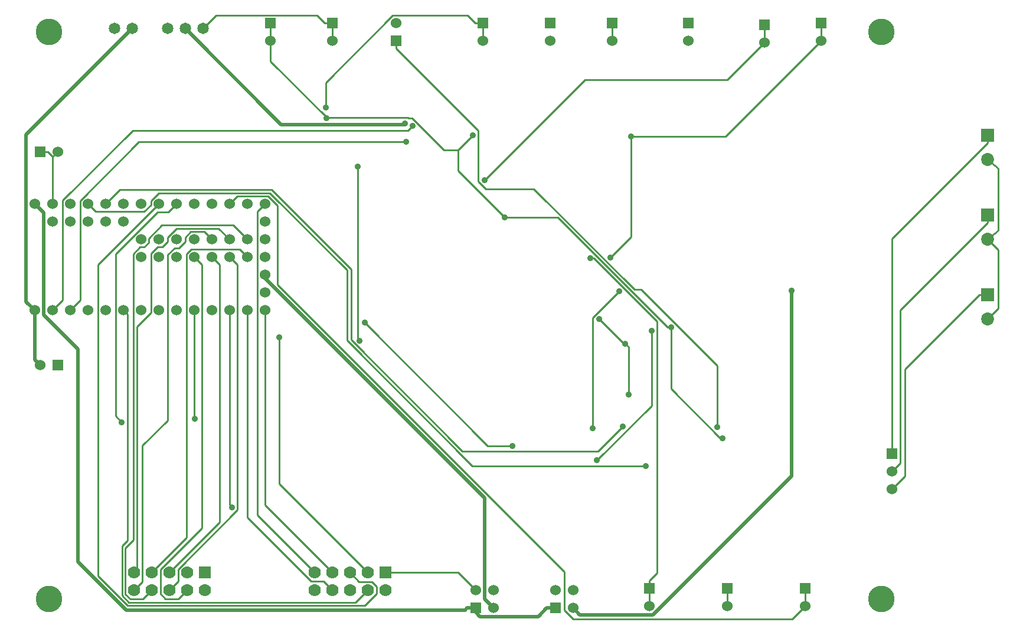
<source format=gbl>
G04 (created by PCBNEW (2013-jul-07)-stable) date Tue 18 Dec 2018 06:03:29 PM PST*
%MOIN*%
G04 Gerber Fmt 3.4, Leading zero omitted, Abs format*
%FSLAX34Y34*%
G01*
G70*
G90*
G04 APERTURE LIST*
%ADD10C,0.00590551*%
%ADD11R,0.06X0.06*%
%ADD12C,0.06*%
%ADD13R,0.07X0.07*%
%ADD14C,0.07*%
%ADD15C,0.15*%
%ADD16R,0.073X0.073*%
%ADD17C,0.073*%
%ADD18C,0.065*%
%ADD19C,0.035*%
%ADD20C,0.01*%
%ADD21C,0.02*%
G04 APERTURE END LIST*
G54D10*
G54D11*
X69100Y-45300D03*
G54D12*
X69100Y-46300D03*
X69100Y-47300D03*
G54D11*
X50100Y-54000D03*
G54D12*
X50100Y-53000D03*
X51100Y-54000D03*
X51100Y-53000D03*
G54D11*
X45600Y-54000D03*
G54D12*
X45600Y-53000D03*
X46600Y-54000D03*
X46600Y-53000D03*
G54D11*
X46000Y-21000D03*
G54D12*
X46000Y-22000D03*
G54D11*
X41100Y-22000D03*
G54D12*
X41100Y-21000D03*
G54D11*
X22000Y-40300D03*
G54D12*
X21000Y-40300D03*
G54D11*
X49800Y-21000D03*
G54D12*
X49800Y-22000D03*
G54D11*
X21000Y-28250D03*
G54D12*
X22000Y-28250D03*
G54D11*
X53300Y-21000D03*
G54D12*
X53300Y-22000D03*
G54D11*
X57600Y-21000D03*
G54D12*
X57600Y-22000D03*
G54D11*
X55400Y-52900D03*
G54D12*
X55400Y-53900D03*
G54D11*
X61900Y-21100D03*
G54D12*
X61900Y-22100D03*
G54D11*
X64200Y-52900D03*
G54D12*
X64200Y-53900D03*
G54D11*
X59800Y-52900D03*
G54D12*
X59800Y-53900D03*
G54D11*
X65100Y-21000D03*
G54D12*
X65100Y-22000D03*
G54D11*
X37500Y-21000D03*
G54D12*
X37500Y-22000D03*
G54D11*
X34000Y-21000D03*
G54D12*
X34000Y-22000D03*
G54D13*
X30300Y-52000D03*
G54D14*
X30300Y-53000D03*
X29300Y-52000D03*
X29300Y-53000D03*
X28300Y-52000D03*
X28300Y-53000D03*
X27300Y-52000D03*
X27300Y-53000D03*
X26300Y-52000D03*
X26300Y-53000D03*
G54D13*
X40500Y-52000D03*
G54D14*
X40500Y-53000D03*
X39500Y-52000D03*
X39500Y-53000D03*
X38500Y-52000D03*
X38500Y-53000D03*
X37500Y-52000D03*
X37500Y-53000D03*
X36500Y-52000D03*
X36500Y-53000D03*
G54D15*
X68500Y-53500D03*
X21500Y-53500D03*
X21500Y-21500D03*
X68500Y-21500D03*
G54D16*
X74500Y-27311D03*
G54D17*
X74500Y-28689D03*
G54D16*
X74500Y-31811D03*
G54D17*
X74500Y-33189D03*
G54D16*
X74500Y-36311D03*
G54D17*
X74500Y-37689D03*
G54D18*
X25200Y-21300D03*
X26200Y-21300D03*
X28200Y-21300D03*
X29200Y-21300D03*
X30200Y-21300D03*
G54D12*
X20700Y-37200D03*
X21700Y-37200D03*
X22700Y-37200D03*
X23700Y-37200D03*
X24700Y-37200D03*
X25700Y-37200D03*
X26700Y-37200D03*
X27700Y-37200D03*
X28700Y-37200D03*
X29700Y-37200D03*
X30700Y-37200D03*
X31700Y-37200D03*
X32700Y-37200D03*
X33700Y-37200D03*
X33700Y-36200D03*
X33700Y-35200D03*
X33700Y-34200D03*
X33700Y-33200D03*
X33700Y-32200D03*
X33700Y-31200D03*
X32700Y-31200D03*
X31700Y-31200D03*
X30700Y-31200D03*
X29700Y-31200D03*
X28700Y-31200D03*
X27700Y-31200D03*
X26700Y-31200D03*
X25700Y-31200D03*
X24700Y-31200D03*
X23700Y-31200D03*
X22700Y-31200D03*
X21700Y-31200D03*
X20700Y-31200D03*
X26700Y-34200D03*
X27700Y-34200D03*
X28700Y-34200D03*
X29700Y-34200D03*
X30700Y-34200D03*
X31700Y-34200D03*
X32700Y-34200D03*
X32700Y-33200D03*
X31700Y-33200D03*
X30700Y-33200D03*
X29700Y-33200D03*
X28700Y-33200D03*
X27700Y-33200D03*
X26700Y-33200D03*
X25700Y-32200D03*
X24700Y-32200D03*
X23700Y-32200D03*
X21700Y-32200D03*
X22700Y-32200D03*
G54D19*
X38944Y-29077D03*
X39047Y-38906D03*
X56642Y-38163D03*
X59547Y-44415D03*
X47237Y-31958D03*
X37171Y-26355D03*
X45435Y-27325D03*
X63446Y-36086D03*
X54248Y-41949D03*
X54053Y-39071D03*
X52583Y-37695D03*
X31827Y-48327D03*
X42024Y-26798D03*
X41674Y-27702D03*
X37133Y-25758D03*
X41594Y-26656D03*
X59236Y-43799D03*
X52081Y-34238D03*
X54381Y-27396D03*
X53220Y-34229D03*
X46117Y-29841D03*
X25615Y-43514D03*
X29734Y-43318D03*
X47668Y-44846D03*
X39330Y-37901D03*
X53893Y-43770D03*
X55215Y-45976D03*
X34495Y-38706D03*
X53721Y-36125D03*
X52215Y-43849D03*
X55543Y-38341D03*
X52454Y-45668D03*
G54D20*
X37500Y-22000D02*
X37500Y-21000D01*
X37500Y-21000D02*
X37069Y-21000D01*
X30930Y-20569D02*
X30200Y-21300D01*
X36639Y-20569D02*
X30930Y-20569D01*
X37069Y-21000D02*
X36639Y-20569D01*
X38944Y-38803D02*
X38944Y-29077D01*
X39047Y-38906D02*
X38944Y-38803D01*
X34000Y-21000D02*
X34000Y-22000D01*
X59421Y-44415D02*
X59547Y-44415D01*
X56642Y-41636D02*
X59421Y-44415D01*
X56642Y-38163D02*
X56642Y-41636D01*
X34000Y-23143D02*
X37191Y-26335D01*
X34000Y-22000D02*
X34000Y-23143D01*
X37191Y-26335D02*
X37171Y-26355D01*
X44597Y-29318D02*
X44597Y-28163D01*
X47237Y-31958D02*
X44597Y-29318D01*
X44597Y-28163D02*
X45435Y-27325D01*
X37191Y-26335D02*
X37191Y-26335D01*
X41785Y-26335D02*
X37191Y-26335D01*
X41798Y-26348D02*
X41785Y-26335D01*
X42009Y-26348D02*
X41798Y-26348D01*
X43823Y-28163D02*
X42009Y-26348D01*
X44597Y-28163D02*
X43823Y-28163D01*
X50240Y-31958D02*
X47237Y-31958D01*
X56445Y-38163D02*
X50240Y-31958D01*
X56642Y-38163D02*
X56445Y-38163D01*
G54D21*
X46100Y-53500D02*
X46600Y-54000D01*
X46100Y-47784D02*
X46100Y-53500D01*
X33700Y-35384D02*
X46100Y-47784D01*
X33700Y-35200D02*
X33700Y-35384D01*
X63446Y-46541D02*
X63446Y-36086D01*
X55601Y-54387D02*
X63446Y-46541D01*
X51487Y-54387D02*
X55601Y-54387D01*
X51100Y-54000D02*
X51487Y-54387D01*
X45004Y-54115D02*
X45119Y-54000D01*
X25863Y-54115D02*
X45004Y-54115D01*
X23133Y-51384D02*
X25863Y-54115D01*
X23133Y-39375D02*
X23133Y-51384D01*
X21200Y-37442D02*
X23133Y-39375D01*
X21200Y-31700D02*
X21200Y-37442D01*
X20700Y-31200D02*
X21200Y-31700D01*
X45600Y-54000D02*
X45359Y-54000D01*
X45359Y-54000D02*
X45119Y-54000D01*
X49139Y-54480D02*
X49619Y-54000D01*
X45840Y-54480D02*
X49139Y-54480D01*
X45359Y-54000D02*
X45840Y-54480D01*
X50100Y-54000D02*
X49619Y-54000D01*
G54D20*
X75095Y-32703D02*
X74500Y-33189D01*
X75095Y-29175D02*
X75095Y-32703D01*
X74500Y-28689D02*
X75095Y-29175D01*
X21000Y-28250D02*
X21430Y-28250D01*
X21715Y-28534D02*
X21430Y-28250D01*
X21700Y-28550D02*
X21715Y-28534D01*
X21700Y-31200D02*
X21700Y-28550D01*
X21715Y-28534D02*
X22000Y-28250D01*
X75095Y-33784D02*
X74500Y-33189D01*
X75095Y-37093D02*
X75095Y-33784D01*
X74500Y-37689D02*
X75095Y-37093D01*
X54248Y-39266D02*
X54053Y-39071D01*
X54248Y-41949D02*
X54248Y-39266D01*
X53958Y-39071D02*
X52583Y-37695D01*
X54053Y-39071D02*
X53958Y-39071D01*
X31700Y-48200D02*
X31827Y-48327D01*
X31700Y-37200D02*
X31700Y-48200D01*
X69100Y-33156D02*
X74500Y-27756D01*
X69100Y-45300D02*
X69100Y-33156D01*
X74500Y-27310D02*
X74500Y-27756D01*
X30137Y-34637D02*
X29700Y-34200D01*
X30137Y-49478D02*
X30137Y-34637D01*
X27800Y-51816D02*
X30137Y-49478D01*
X27800Y-53197D02*
X27800Y-51816D01*
X28085Y-53483D02*
X27800Y-53197D01*
X28816Y-53483D02*
X28085Y-53483D01*
X29300Y-53000D02*
X28816Y-53483D01*
X31134Y-34634D02*
X30700Y-34200D01*
X31134Y-49165D02*
X31134Y-34634D01*
X28300Y-52000D02*
X31134Y-49165D01*
X32137Y-34637D02*
X31700Y-34200D01*
X32137Y-48470D02*
X32137Y-34637D01*
X28800Y-51808D02*
X32137Y-48470D01*
X28800Y-52500D02*
X28800Y-51808D01*
X28300Y-53000D02*
X28800Y-52500D01*
X32261Y-33761D02*
X32700Y-34200D01*
X29524Y-33761D02*
X32261Y-33761D01*
X29269Y-34016D02*
X29524Y-33761D01*
X29269Y-50030D02*
X29269Y-34016D01*
X27300Y-52000D02*
X29269Y-50030D01*
X31895Y-32395D02*
X32700Y-33200D01*
X27875Y-32395D02*
X31895Y-32395D01*
X27130Y-33141D02*
X27875Y-32395D01*
X27130Y-33378D02*
X27130Y-33141D01*
X26878Y-33630D02*
X27130Y-33378D01*
X26655Y-33630D02*
X26878Y-33630D01*
X26269Y-34015D02*
X26655Y-33630D01*
X26269Y-50157D02*
X26269Y-34015D01*
X25804Y-50623D02*
X26269Y-50157D01*
X25804Y-53209D02*
X25804Y-50623D01*
X26097Y-53503D02*
X25804Y-53209D01*
X26796Y-53503D02*
X26097Y-53503D01*
X27300Y-53000D02*
X26796Y-53503D01*
X31075Y-32575D02*
X31700Y-33200D01*
X28709Y-32575D02*
X31075Y-32575D01*
X28200Y-33085D02*
X28709Y-32575D01*
X28200Y-33331D02*
X28200Y-33085D01*
X27901Y-33630D02*
X28200Y-33331D01*
X27638Y-33630D02*
X27901Y-33630D01*
X27269Y-33998D02*
X27638Y-33630D01*
X27269Y-37310D02*
X27269Y-33998D01*
X26461Y-38118D02*
X27269Y-37310D01*
X26461Y-51838D02*
X26461Y-38118D01*
X26300Y-52000D02*
X26461Y-51838D01*
X30269Y-32769D02*
X30700Y-33200D01*
X29515Y-32769D02*
X30269Y-32769D01*
X29200Y-33084D02*
X29515Y-32769D01*
X29200Y-33309D02*
X29200Y-33084D01*
X28838Y-33671D02*
X29200Y-33309D01*
X28594Y-33671D02*
X28838Y-33671D01*
X28200Y-34065D02*
X28594Y-33671D01*
X28200Y-43417D02*
X28200Y-34065D01*
X26780Y-44837D02*
X28200Y-43417D01*
X26780Y-52519D02*
X26780Y-44837D01*
X26300Y-53000D02*
X26780Y-52519D01*
X53300Y-22000D02*
X53300Y-21000D01*
X41781Y-27041D02*
X42024Y-26798D01*
X26231Y-27041D02*
X41781Y-27041D01*
X22269Y-31003D02*
X26231Y-27041D01*
X22269Y-36630D02*
X22269Y-31003D01*
X21700Y-37200D02*
X22269Y-36630D01*
X23269Y-36630D02*
X22700Y-37200D01*
X23269Y-31021D02*
X23269Y-36630D01*
X26589Y-27702D02*
X23269Y-31021D01*
X41674Y-27702D02*
X26589Y-27702D01*
X46000Y-21000D02*
X46000Y-22000D01*
X45139Y-20569D02*
X45569Y-21000D01*
X40915Y-20569D02*
X45139Y-20569D01*
X37133Y-24352D02*
X40915Y-20569D01*
X37133Y-25758D02*
X37133Y-24352D01*
X46000Y-21000D02*
X45569Y-21000D01*
G54D21*
X20216Y-27283D02*
X26200Y-21300D01*
X20216Y-36716D02*
X20216Y-27283D01*
X20700Y-37200D02*
X20216Y-36716D01*
X20700Y-40000D02*
X20700Y-37200D01*
X21000Y-40300D02*
X20700Y-40000D01*
X41536Y-26714D02*
X41594Y-26656D01*
X34614Y-26714D02*
X41536Y-26714D01*
X29200Y-21300D02*
X34614Y-26714D01*
G54D20*
X33700Y-48200D02*
X33700Y-37200D01*
X37500Y-52000D02*
X33700Y-48200D01*
X32700Y-48888D02*
X32700Y-37200D01*
X36311Y-52500D02*
X32700Y-48888D01*
X37000Y-52500D02*
X36311Y-52500D01*
X37500Y-53000D02*
X37000Y-52500D01*
X41100Y-22000D02*
X41100Y-22430D01*
X45740Y-27070D02*
X41100Y-22430D01*
X45740Y-29927D02*
X45740Y-27070D01*
X46167Y-30353D02*
X45740Y-29927D01*
X48890Y-30353D02*
X46167Y-30353D01*
X54568Y-36031D02*
X48890Y-30353D01*
X54942Y-36031D02*
X54568Y-36031D01*
X59236Y-40325D02*
X54942Y-36031D01*
X59236Y-43799D02*
X59236Y-40325D01*
X55400Y-53900D02*
X55400Y-52900D01*
X55400Y-52900D02*
X55400Y-52469D01*
X52265Y-34238D02*
X52081Y-34238D01*
X55856Y-37829D02*
X52265Y-34238D01*
X55856Y-52013D02*
X55856Y-37829D01*
X55400Y-52469D02*
X55856Y-52013D01*
X69579Y-45820D02*
X69100Y-46300D01*
X69579Y-37176D02*
X69579Y-45820D01*
X74500Y-32256D02*
X69579Y-37176D01*
X74500Y-31810D02*
X74500Y-32256D01*
X65100Y-21000D02*
X65100Y-22000D01*
X59703Y-27396D02*
X54381Y-27396D01*
X65100Y-22000D02*
X59703Y-27396D01*
X54381Y-33068D02*
X53220Y-34229D01*
X54381Y-27396D02*
X54381Y-33068D01*
X61900Y-21100D02*
X61900Y-22100D01*
X51781Y-24176D02*
X46117Y-29841D01*
X59823Y-24176D02*
X51781Y-24176D01*
X61900Y-22100D02*
X59823Y-24176D01*
X38816Y-53683D02*
X39500Y-53000D01*
X26023Y-53683D02*
X38816Y-53683D01*
X25624Y-53284D02*
X26023Y-53683D01*
X25624Y-50503D02*
X25624Y-53284D01*
X25933Y-50193D02*
X25624Y-50503D01*
X25933Y-37433D02*
X25933Y-50193D01*
X25700Y-37200D02*
X25933Y-37433D01*
X33265Y-31634D02*
X33700Y-31200D01*
X33265Y-48765D02*
X33265Y-31634D01*
X36500Y-52000D02*
X33265Y-48765D01*
X24264Y-34635D02*
X27700Y-31200D01*
X24264Y-52179D02*
X24264Y-34635D01*
X25949Y-53865D02*
X24264Y-52179D01*
X39339Y-53865D02*
X25949Y-53865D01*
X40000Y-53204D02*
X39339Y-53865D01*
X40000Y-52788D02*
X40000Y-53204D01*
X39731Y-52519D02*
X40000Y-52788D01*
X39019Y-52519D02*
X39731Y-52519D01*
X38500Y-52000D02*
X39019Y-52519D01*
X25257Y-43155D02*
X25615Y-43514D01*
X25257Y-34031D02*
X25257Y-43155D01*
X27643Y-31645D02*
X25257Y-34031D01*
X28254Y-31645D02*
X27643Y-31645D01*
X28700Y-31200D02*
X28254Y-31645D01*
X59800Y-52900D02*
X59800Y-53900D01*
X63482Y-54617D02*
X64200Y-53900D01*
X51104Y-54617D02*
X63482Y-54617D01*
X50600Y-54112D02*
X51104Y-54617D01*
X50600Y-51958D02*
X50600Y-54112D01*
X34403Y-35762D02*
X50600Y-51958D01*
X34403Y-31279D02*
X34403Y-35762D01*
X33889Y-30765D02*
X34403Y-31279D01*
X32134Y-30765D02*
X33889Y-30765D01*
X31700Y-31200D02*
X32134Y-30765D01*
X64200Y-53900D02*
X64200Y-52900D01*
X29700Y-43283D02*
X29734Y-43318D01*
X29700Y-37200D02*
X29700Y-43283D01*
X46275Y-44846D02*
X39330Y-37901D01*
X47668Y-44846D02*
X46275Y-44846D01*
X25504Y-30395D02*
X24700Y-31200D01*
X34072Y-30395D02*
X25504Y-30395D01*
X38568Y-34890D02*
X34072Y-30395D01*
X38568Y-38867D02*
X38568Y-34890D01*
X44855Y-45154D02*
X38568Y-38867D01*
X52508Y-45154D02*
X44855Y-45154D01*
X53893Y-43770D02*
X52508Y-45154D01*
X45423Y-45976D02*
X55215Y-45976D01*
X38324Y-38877D02*
X45423Y-45976D01*
X38324Y-34929D02*
X38324Y-38877D01*
X33980Y-30585D02*
X38324Y-34929D01*
X27699Y-30585D02*
X33980Y-30585D01*
X27263Y-31021D02*
X27699Y-30585D01*
X27263Y-31246D02*
X27263Y-31021D01*
X26875Y-31634D02*
X27263Y-31246D01*
X24134Y-31634D02*
X26875Y-31634D01*
X23700Y-31200D02*
X24134Y-31634D01*
X34495Y-46995D02*
X34495Y-38706D01*
X39500Y-52000D02*
X34495Y-46995D01*
X44600Y-52000D02*
X45600Y-53000D01*
X40500Y-52000D02*
X44600Y-52000D01*
X74500Y-36310D02*
X74054Y-36310D01*
X69849Y-40515D02*
X74054Y-36310D01*
X69849Y-46550D02*
X69849Y-40515D01*
X69100Y-47300D02*
X69849Y-46550D01*
X52215Y-37631D02*
X53721Y-36125D01*
X52215Y-43849D02*
X52215Y-37631D01*
X55543Y-42579D02*
X55543Y-38341D01*
X52454Y-45668D02*
X55543Y-42579D01*
M02*

</source>
